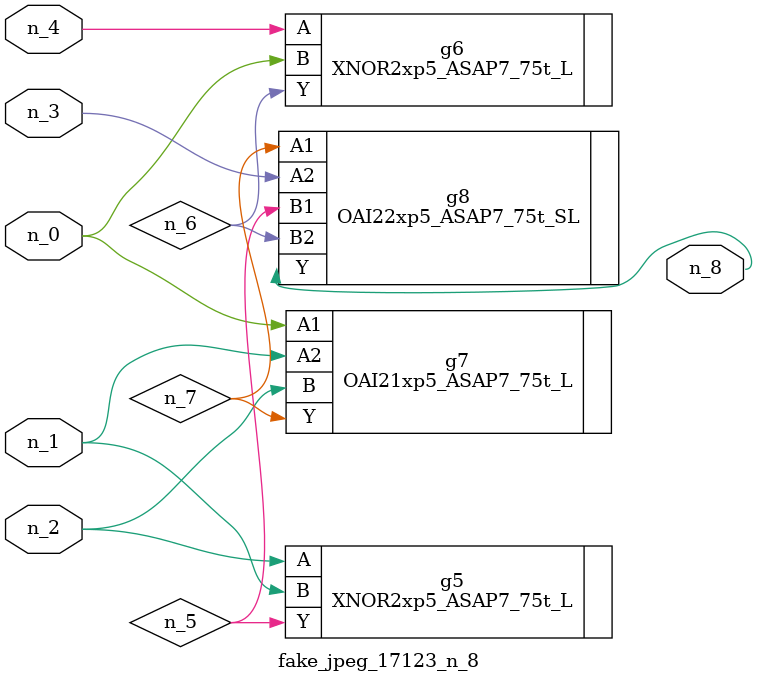
<source format=v>
module fake_jpeg_17123_n_8 (n_3, n_2, n_1, n_0, n_4, n_8);

input n_3;
input n_2;
input n_1;
input n_0;
input n_4;

output n_8;

wire n_6;
wire n_5;
wire n_7;

XNOR2xp5_ASAP7_75t_L g5 ( 
.A(n_2),
.B(n_1),
.Y(n_5)
);

XNOR2xp5_ASAP7_75t_L g6 ( 
.A(n_4),
.B(n_0),
.Y(n_6)
);

OAI21xp5_ASAP7_75t_L g7 ( 
.A1(n_0),
.A2(n_1),
.B(n_2),
.Y(n_7)
);

OAI22xp5_ASAP7_75t_SL g8 ( 
.A1(n_7),
.A2(n_3),
.B1(n_5),
.B2(n_6),
.Y(n_8)
);


endmodule
</source>
